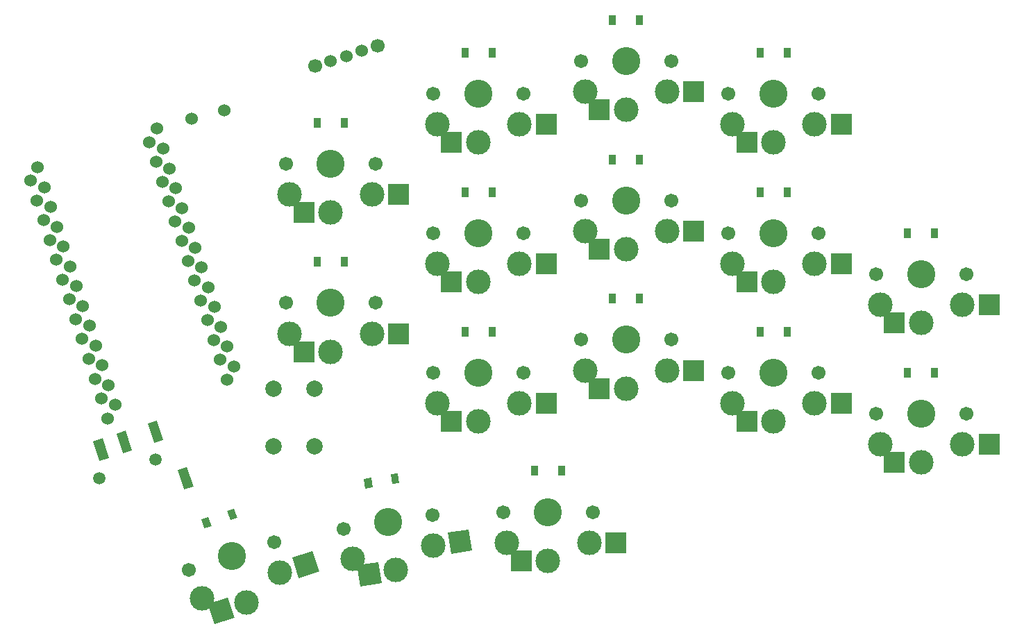
<source format=gbr>
%TF.GenerationSoftware,KiCad,Pcbnew,(5.1.8)-1*%
%TF.CreationDate,2021-08-08T13:00:59+02:00*%
%TF.ProjectId,miniki v2,6d696e69-6b69-4207-9632-2e6b69636164,rev?*%
%TF.SameCoordinates,Original*%
%TF.FileFunction,Soldermask,Top*%
%TF.FilePolarity,Negative*%
%FSLAX46Y46*%
G04 Gerber Fmt 4.6, Leading zero omitted, Abs format (unit mm)*
G04 Created by KiCad (PCBNEW (5.1.8)-1) date 2021-08-08 13:00:59*
%MOMM*%
%LPD*%
G01*
G04 APERTURE LIST*
%ADD10R,0.900000X1.200000*%
%ADD11C,1.524000*%
%ADD12C,2.000000*%
%ADD13C,1.700000*%
%ADD14C,1.701800*%
%ADD15R,2.600000X2.600000*%
%ADD16C,3.000000*%
%ADD17C,3.429000*%
%ADD18C,0.100000*%
%ADD19C,1.500000*%
G04 APERTURE END LIST*
D10*
%TO.C,D18*%
X143650000Y-102000000D03*
X140350000Y-102000000D03*
%TD*%
%TO.C,D17*%
X143650000Y-85000000D03*
X140350000Y-85000000D03*
%TD*%
%TO.C,D15*%
X125650000Y-97000000D03*
X122350000Y-97000000D03*
%TD*%
%TO.C,D14*%
X125650000Y-80000000D03*
X122350000Y-80000000D03*
%TD*%
%TO.C,D13*%
X125650000Y-63000000D03*
X122350000Y-63000000D03*
%TD*%
%TO.C,D12*%
X98150000Y-114000000D03*
X94850000Y-114000000D03*
%TD*%
%TO.C,D11*%
X107650000Y-93000000D03*
X104350000Y-93000000D03*
%TD*%
%TO.C,D10*%
X107650000Y-76000000D03*
X104350000Y-76000000D03*
%TD*%
D11*
%TO.C,U1*%
X33393525Y-78586180D03*
X47887626Y-73876761D03*
X48756656Y-72259039D03*
X34262555Y-76968458D03*
X48672529Y-76292444D03*
X49457433Y-78708128D03*
X50242336Y-81123811D03*
X51027239Y-83539495D03*
X51812142Y-85955178D03*
X52597045Y-88370862D03*
X53381948Y-90786545D03*
X54166852Y-93202229D03*
X54951755Y-95617913D03*
X55736658Y-98033596D03*
X56521561Y-100449280D03*
X57306464Y-102864963D03*
X42812363Y-107574382D03*
X42027460Y-105158699D03*
X41242557Y-102743015D03*
X40457653Y-100327332D03*
X39672750Y-97911648D03*
X38887847Y-95495964D03*
X38102944Y-93080281D03*
X37318041Y-90664597D03*
X36533138Y-88248914D03*
X35748234Y-85833230D03*
X34963331Y-83417547D03*
X34178428Y-81001863D03*
X49522538Y-74680903D03*
X50307441Y-77096586D03*
X51092344Y-79512270D03*
X51877248Y-81927953D03*
X52662151Y-84343637D03*
X53447054Y-86759320D03*
X54231957Y-89175004D03*
X55016860Y-91590687D03*
X55801763Y-94006371D03*
X56586667Y-96422055D03*
X57371570Y-98837738D03*
X58156473Y-101253422D03*
X43681393Y-105956660D03*
X42896490Y-103540977D03*
X42111586Y-101125293D03*
X41326683Y-98709610D03*
X40541780Y-96293926D03*
X39756877Y-93878243D03*
X38971974Y-91462559D03*
X38187071Y-89046875D03*
X37402167Y-86631192D03*
X36617264Y-84215508D03*
X35832361Y-81799825D03*
X35047458Y-79384141D03*
%TD*%
D12*
%TO.C,Reset1*%
X63000000Y-104000000D03*
X68000000Y-104000000D03*
X68000000Y-111000000D03*
X63000000Y-111000000D03*
%TD*%
D13*
%TO.C,Power1*%
X75706339Y-62145898D03*
X68097887Y-64618034D03*
D11*
X73804226Y-62763932D03*
X71902113Y-63381966D03*
X70000000Y-64000000D03*
%TD*%
D14*
%TO.C,K18*%
X136500000Y-107000000D03*
X147500000Y-107000000D03*
D15*
X138725000Y-112950000D03*
D16*
X147000000Y-110750000D03*
D17*
X142000000Y-107000000D03*
D16*
X142000000Y-112950000D03*
D15*
X150275000Y-110750000D03*
D16*
X137000000Y-110750000D03*
%TD*%
D14*
%TO.C,K17*%
X136500000Y-90000000D03*
X147500000Y-90000000D03*
D15*
X138725000Y-95950000D03*
D16*
X147000000Y-93750000D03*
D17*
X142000000Y-90000000D03*
D16*
X142000000Y-95950000D03*
D15*
X150275000Y-93750000D03*
D16*
X137000000Y-93750000D03*
%TD*%
D14*
%TO.C,K15*%
X118500000Y-102000000D03*
X129500000Y-102000000D03*
D15*
X120725000Y-107950000D03*
D16*
X129000000Y-105750000D03*
D17*
X124000000Y-102000000D03*
D16*
X124000000Y-107950000D03*
D15*
X132275000Y-105750000D03*
D16*
X119000000Y-105750000D03*
%TD*%
D14*
%TO.C,K14*%
X118500000Y-85000000D03*
X129500000Y-85000000D03*
D15*
X120725000Y-90950000D03*
D16*
X129000000Y-88750000D03*
D17*
X124000000Y-85000000D03*
D16*
X124000000Y-90950000D03*
D15*
X132275000Y-88750000D03*
D16*
X119000000Y-88750000D03*
%TD*%
D14*
%TO.C,K13*%
X118500000Y-68000000D03*
X129500000Y-68000000D03*
D15*
X120725000Y-73950000D03*
D16*
X129000000Y-71750000D03*
D17*
X124000000Y-68000000D03*
D16*
X124000000Y-73950000D03*
D15*
X132275000Y-71750000D03*
D16*
X119000000Y-71750000D03*
%TD*%
D14*
%TO.C,K12*%
X91000000Y-119000000D03*
X102000000Y-119000000D03*
D15*
X93225000Y-124950000D03*
D16*
X101500000Y-122750000D03*
D17*
X96500000Y-119000000D03*
D16*
X96500000Y-124950000D03*
D15*
X104775000Y-122750000D03*
D16*
X91500000Y-122750000D03*
%TD*%
D14*
%TO.C,K11*%
X100500000Y-98000000D03*
X111500000Y-98000000D03*
D15*
X102725000Y-103950000D03*
D16*
X111000000Y-101750000D03*
D17*
X106000000Y-98000000D03*
D16*
X106000000Y-103950000D03*
D15*
X114275000Y-101750000D03*
D16*
X101000000Y-101750000D03*
%TD*%
D14*
%TO.C,K10*%
X100500000Y-81000000D03*
X111500000Y-81000000D03*
D15*
X102725000Y-86950000D03*
D16*
X111000000Y-84750000D03*
D17*
X106000000Y-81000000D03*
D16*
X106000000Y-86950000D03*
D15*
X114275000Y-84750000D03*
D16*
X101000000Y-84750000D03*
%TD*%
D14*
%TO.C,K9*%
X100500000Y-64000000D03*
X111500000Y-64000000D03*
D15*
X102725000Y-69950000D03*
D16*
X111000000Y-67750000D03*
D17*
X106000000Y-64000000D03*
D16*
X106000000Y-69950000D03*
D15*
X114275000Y-67750000D03*
D16*
X101000000Y-67750000D03*
%TD*%
D14*
%TO.C,K8*%
X71567714Y-121060390D03*
X82432286Y-119339610D03*
D18*
G36*
X73615476Y-128076428D02*
G01*
X73208746Y-125508438D01*
X75776736Y-125101708D01*
X76183466Y-127669698D01*
X73615476Y-128076428D01*
G37*
D16*
X82525071Y-123121659D03*
D17*
X77000000Y-120200000D03*
D16*
X77930785Y-126076746D03*
D18*
G36*
X84679120Y-124096696D02*
G01*
X84272390Y-121528706D01*
X86840380Y-121121976D01*
X87247110Y-123689966D01*
X84679120Y-124096696D01*
G37*
D16*
X72648188Y-124686004D03*
%TD*%
D14*
%TO.C,K7*%
X82500000Y-102000000D03*
X93500000Y-102000000D03*
D15*
X84725000Y-107950000D03*
D16*
X93000000Y-105750000D03*
D17*
X88000000Y-102000000D03*
D16*
X88000000Y-107950000D03*
D15*
X96275000Y-105750000D03*
D16*
X83000000Y-105750000D03*
%TD*%
D14*
%TO.C,K6*%
X82500000Y-85000000D03*
X93500000Y-85000000D03*
D15*
X84725000Y-90950000D03*
D16*
X93000000Y-88750000D03*
D17*
X88000000Y-85000000D03*
D16*
X88000000Y-90950000D03*
D15*
X96275000Y-88750000D03*
D16*
X83000000Y-88750000D03*
%TD*%
D14*
%TO.C,K5*%
X82500000Y-68000000D03*
X93500000Y-68000000D03*
D15*
X84725000Y-73950000D03*
D16*
X93000000Y-71750000D03*
D17*
X88000000Y-68000000D03*
D16*
X88000000Y-73950000D03*
D15*
X96275000Y-71750000D03*
D16*
X83000000Y-71750000D03*
%TD*%
D14*
%TO.C,K4*%
X52669189Y-126099593D03*
X63130811Y-122700407D03*
D18*
G36*
X55789290Y-132708913D02*
G01*
X54985845Y-130236166D01*
X57458592Y-129432721D01*
X58262037Y-131905468D01*
X55789290Y-132708913D01*
G37*
D16*
X63814096Y-126421377D03*
D17*
X57900000Y-124400000D03*
D16*
X59738651Y-130058786D03*
D18*
G36*
X66094155Y-127047442D02*
G01*
X65290710Y-124574695D01*
X67763457Y-123771250D01*
X68566902Y-126243997D01*
X66094155Y-127047442D01*
G37*
D16*
X54303531Y-129511547D03*
%TD*%
D14*
%TO.C,K2*%
X64500000Y-93500000D03*
X75500000Y-93500000D03*
D15*
X66725000Y-99450000D03*
D16*
X75000000Y-97250000D03*
D17*
X70000000Y-93500000D03*
D16*
X70000000Y-99450000D03*
D15*
X78275000Y-97250000D03*
D16*
X65000000Y-97250000D03*
%TD*%
D14*
%TO.C,K1*%
X64500000Y-76500000D03*
X75500000Y-76500000D03*
D15*
X66725000Y-82450000D03*
D16*
X75000000Y-80250000D03*
D17*
X70000000Y-76500000D03*
D16*
X70000000Y-82450000D03*
D15*
X78275000Y-80250000D03*
D16*
X65000000Y-80250000D03*
%TD*%
D19*
%TO.C,J1*%
X48648692Y-112639388D03*
X41753533Y-114879761D03*
D18*
G36*
X41791727Y-112764426D02*
G01*
X41019185Y-110386785D01*
X42160453Y-110015964D01*
X42932995Y-112393605D01*
X41791727Y-112764426D01*
G37*
G36*
X44644897Y-111837375D02*
G01*
X43872355Y-109459734D01*
X45013623Y-109088913D01*
X45786165Y-111466554D01*
X44644897Y-111837375D01*
G37*
G36*
X48449123Y-110601307D02*
G01*
X47676581Y-108223666D01*
X48817849Y-107852845D01*
X49590391Y-110230486D01*
X48449123Y-110601307D01*
G37*
G36*
X52101159Y-116249193D02*
G01*
X51328617Y-113871552D01*
X52469885Y-113500731D01*
X53242427Y-115878372D01*
X52101159Y-116249193D01*
G37*
%TD*%
D11*
%TO.C,batt-1*%
X53000000Y-71000000D03*
%TD*%
%TO.C,batt+1*%
X57000000Y-70000000D03*
%TD*%
D10*
%TO.C,D9*%
X107650000Y-59000000D03*
X104350000Y-59000000D03*
%TD*%
D18*
%TO.C,D8*%
G36*
X77479087Y-115604892D02*
G01*
X77291366Y-114419666D01*
X78180285Y-114278874D01*
X78368006Y-115464100D01*
X77479087Y-115604892D01*
G37*
G36*
X74219715Y-116121126D02*
G01*
X74031994Y-114935900D01*
X74920913Y-114795108D01*
X75108634Y-115980334D01*
X74219715Y-116121126D01*
G37*
%TD*%
D10*
%TO.C,D7*%
X89650000Y-97000000D03*
X86350000Y-97000000D03*
%TD*%
%TO.C,D6*%
X89650000Y-80000000D03*
X86350000Y-80000000D03*
%TD*%
%TO.C,D5*%
X89650000Y-63000000D03*
X86350000Y-63000000D03*
%TD*%
D18*
%TO.C,D4*%
G36*
X57726678Y-119999814D02*
G01*
X57355857Y-118858546D01*
X58211808Y-118580430D01*
X58582629Y-119721698D01*
X57726678Y-119999814D01*
G37*
G36*
X54588192Y-121019570D02*
G01*
X54217371Y-119878302D01*
X55073322Y-119600186D01*
X55444143Y-120741454D01*
X54588192Y-121019570D01*
G37*
%TD*%
D10*
%TO.C,D2*%
X71650000Y-88500000D03*
X68350000Y-88500000D03*
%TD*%
%TO.C,D1*%
X71650000Y-71500000D03*
X68350000Y-71500000D03*
%TD*%
M02*

</source>
